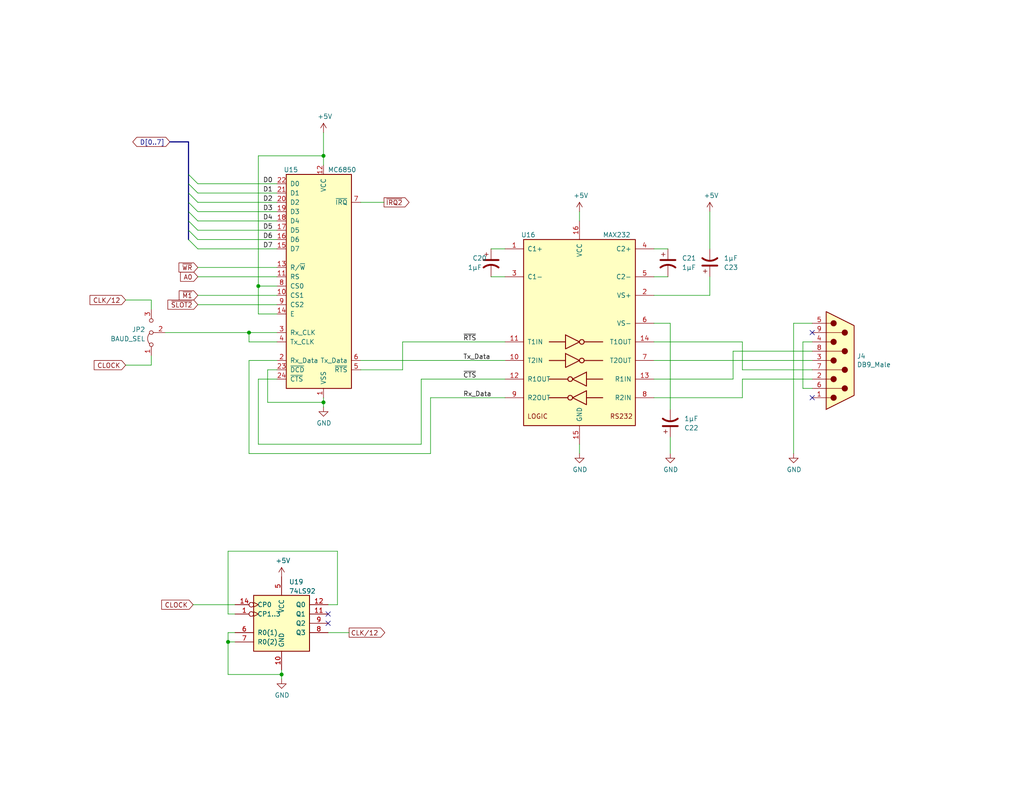
<source format=kicad_sch>
(kicad_sch (version 20230121) (generator eeschema)
  (paper "A")
  (title_block (date "2023-06-06") (rev "C"))
  (lib_symbols
    (symbol "74xx:74LS92" (pin_names (offset 1.016))
      (property "Reference" "U" (at -7.62 8.89 0))
      (property "Value" "74LS92" (at -7.62 -8.89 0))
      (symbol "74LS92_1_0"
        (pin input inverted_clock (at -12.7 2.54 0) (length 5.08) (name "CP1..3") (number "1"))
        (pin power_in line (at 0 -12.7 90) (length 5.08) (name "GND") (number "10"))
        (pin output line (at 12.7 2.54 180) (length 5.08) (name "Q1") (number "11"))
        (pin output line (at 12.7 5.08 180) (length 5.08) (name "Q0") (number "12"))
        (pin input inverted_clock (at -12.7 5.08 0) (length 5.08) (name "CP0") (number "14"))
        (pin power_in line (at 0 12.7 270) (length 5.08) (name "VCC") (number "5"))
        (pin input line (at -12.7 -2.54 0) (length 5.08) (name "R0(1)") (number "6"))
        (pin input line (at -12.7 -5.08 0) (length 5.08) (name "R0(2)") (number "7"))
        (pin output line (at 12.7 -2.54 180) (length 5.08) (name "Q3") (number "8"))
        (pin output line (at 12.7 0 180) (length 5.08) (name "Q2") (number "9"))
      )
      (symbol "74LS92_1_1"
        (rectangle (start -7.62 7.62) (end 7.62 -7.62) (stroke (width 0.254)) (fill (type background)))
      )
    )
    (symbol "Connector:DB9_Male" (pin_names (offset 1.016) hide)
      (property "Reference" "J" (at 0 13.97 0))
      (property "Value" "DB9_Male" (at 0 -14.605 0))
      (symbol "DB9_Male_0_1"
        (circle (center -1.778 -10.16) (radius 0.762) (fill (type outline)))
        (circle (center -1.778 -5.08) (radius 0.762) (fill (type outline)))
        (circle (center -1.778 0) (radius 0.762) (fill (type outline)))
        (circle (center -1.778 5.08) (radius 0.762) (fill (type outline)))
        (circle (center -1.778 10.16) (radius 0.762) (fill (type outline)))
        (polyline (pts (xy -3.81 -10.16) (xy -2.54 -10.16)))
        (polyline (pts (xy -3.81 -7.62) (xy 0.508 -7.62)))
        (polyline (pts (xy -3.81 -5.08) (xy -2.54 -5.08)))
        (polyline (pts (xy -3.81 -2.54) (xy 0.508 -2.54)))
        (polyline (pts (xy -3.81 0) (xy -2.54 0)))
        (polyline (pts (xy -3.81 2.54) (xy 0.508 2.54)))
        (polyline (pts (xy -3.81 5.08) (xy -2.54 5.08)))
        (polyline (pts (xy -3.81 7.62) (xy 0.508 7.62)))
        (polyline (pts (xy -3.81 10.16) (xy -2.54 10.16)))
        (polyline (pts (xy -3.81 -13.335) (xy -3.81 13.335) (xy 3.81 9.525) (xy 3.81 -9.525) (xy -3.81 -13.335)) (stroke (width 0.254)) (fill (type background)))
        (circle (center 1.27 -7.62) (radius 0.762) (fill (type outline)))
        (circle (center 1.27 -2.54) (radius 0.762) (fill (type outline)))
        (circle (center 1.27 2.54) (radius 0.762) (fill (type outline)))
        (circle (center 1.27 7.62) (radius 0.762) (fill (type outline)))
      )
      (symbol "DB9_Male_1_1"
        (pin passive line (at -7.62 -10.16 0) (length 3.81) (name "1") (number "1"))
        (pin passive line (at -7.62 -5.08 0) (length 3.81) (name "2") (number "2"))
        (pin passive line (at -7.62 0 0) (length 3.81) (name "3") (number "3"))
        (pin passive line (at -7.62 5.08 0) (length 3.81) (name "4") (number "4"))
        (pin passive line (at -7.62 10.16 0) (length 3.81) (name "5") (number "5"))
        (pin passive line (at -7.62 -7.62 0) (length 3.81) (name "6") (number "6"))
        (pin passive line (at -7.62 -2.54 0) (length 3.81) (name "7") (number "7"))
        (pin passive line (at -7.62 2.54 0) (length 3.81) (name "8") (number "8"))
        (pin passive line (at -7.62 7.62 0) (length 3.81) (name "9") (number "9"))
      )
    )
    (symbol "Device:C_Polarized_US" (pin_numbers hide) (pin_names (offset 0.254) hide)
      (property "Reference" "C" (at 0.635 2.54 0))
      (property "Value" "C_Polarized_US" (at 0.635 -2.54 0))
      (symbol "C_Polarized_US_0_1"
        (polyline (pts (xy -2.032 0.762) (xy 2.032 0.762)) (stroke (width 0.508)))
        (polyline (pts (xy -1.778 2.286) (xy -0.762 2.286)))
        (polyline (pts (xy -1.27 1.778) (xy -1.27 2.794)))
        (arc (start 2.032 -1.27) (mid 0 -0.5572) (end -2.032 -1.27) (stroke (width 0.508)))
      )
      (symbol "C_Polarized_US_1_1"
        (pin passive line (at 0 3.81 270) (length 2.794) (name "~") (number "1"))
        (pin passive line (at 0 -3.81 90) (length 3.302) (name "~") (number "2"))
      )
    )
    (symbol "Interface_UART:MAX232" (pin_names (offset 1.016))
      (property "Reference" "U" (at -2.54 28.575 0))
      (property "Value" "MAX232" (at -2.54 26.67 0))
      (symbol "MAX232_0_0"
        (text "LOGIC" (at -11.43 -22.86 0) (effects (font (size 1.27 1.27))))
        (text "RS232" (at 11.43 -22.86 0) (effects (font (size 1.27 1.27))))
      )
      (symbol "MAX232_0_1"
        (rectangle (start -15.24 -25.4) (end 15.24 25.4) (stroke (width 0.254)) (fill (type background)))
        (circle (center -2.54 -17.78) (radius 0.635) (stroke (width 0.254)))
        (circle (center -2.54 -12.7) (radius 0.635) (stroke (width 0.254)))
        (polyline (pts (xy -3.81 -7.62) (xy -8.255 -7.62)) (stroke (width 0.254)))
        (polyline (pts (xy -3.81 -2.54) (xy -8.255 -2.54)) (stroke (width 0.254)))
        (polyline (pts (xy -3.175 -17.78) (xy -8.255 -17.78)) (stroke (width 0.254)))
        (polyline (pts (xy -3.175 -12.7) (xy -8.255 -12.7)) (stroke (width 0.254)))
        (polyline (pts (xy 1.27 -7.62) (xy 6.35 -7.62)) (stroke (width 0.254)))
        (polyline (pts (xy 1.27 -2.54) (xy 6.35 -2.54)) (stroke (width 0.254)))
        (polyline (pts (xy 1.905 -17.78) (xy 6.35 -17.78)) (stroke (width 0.254)))
        (polyline (pts (xy 1.905 -12.7) (xy 6.35 -12.7)) (stroke (width 0.254)))
        (polyline (pts (xy -3.81 -5.715) (xy -3.81 -9.525) (xy 0 -7.62) (xy -3.81 -5.715)) (stroke (width 0.254)))
        (polyline (pts (xy -3.81 -0.635) (xy -3.81 -4.445) (xy 0 -2.54) (xy -3.81 -0.635)) (stroke (width 0.254)))
        (polyline (pts (xy 1.905 -15.875) (xy 1.905 -19.685) (xy -1.905 -17.78) (xy 1.905 -15.875)) (stroke (width 0.254)))
        (polyline (pts (xy 1.905 -10.795) (xy 1.905 -14.605) (xy -1.905 -12.7) (xy 1.905 -10.795)) (stroke (width 0.254)))
        (circle (center 0.635 -7.62) (radius 0.635) (stroke (width 0.254)))
        (circle (center 0.635 -2.54) (radius 0.635) (stroke (width 0.254)))
      )
      (symbol "MAX232_1_1"
        (pin passive line (at -20.32 22.86 0) (length 5.08) (name "C1+") (number "1"))
        (pin input line (at -20.32 -7.62 0) (length 5.08) (name "T2IN") (number "10"))
        (pin input line (at -20.32 -2.54 0) (length 5.08) (name "T1IN") (number "11"))
        (pin output line (at -20.32 -12.7 0) (length 5.08) (name "R1OUT") (number "12"))
        (pin input line (at 20.32 -12.7 180) (length 5.08) (name "R1IN") (number "13"))
        (pin output line (at 20.32 -2.54 180) (length 5.08) (name "T1OUT") (number "14"))
        (pin power_in line (at 0 -30.48 90) (length 5.08) (name "GND") (number "15"))
        (pin power_in line (at 0 30.48 270) (length 5.08) (name "VCC") (number "16"))
        (pin power_out line (at 20.32 10.16 180) (length 5.08) (name "VS+") (number "2"))
        (pin passive line (at -20.32 15.24 0) (length 5.08) (name "C1-") (number "3"))
        (pin passive line (at 20.32 22.86 180) (length 5.08) (name "C2+") (number "4"))
        (pin passive line (at 20.32 15.24 180) (length 5.08) (name "C2-") (number "5"))
        (pin power_out line (at 20.32 2.54 180) (length 5.08) (name "VS-") (number "6"))
        (pin output line (at 20.32 -7.62 180) (length 5.08) (name "T2OUT") (number "7"))
        (pin input line (at 20.32 -17.78 180) (length 5.08) (name "R2IN") (number "8"))
        (pin output line (at -20.32 -17.78 0) (length 5.08) (name "R2OUT") (number "9"))
      )
    )
    (symbol "Interface_UART:MC6850" (pin_names (offset 1.016))
      (property "Reference" "U" (at -7.366 31.75 0))
      (property "Value" "MC6850" (at 10.414 31.75 0))
      (symbol "MC6850_1_1"
        (rectangle (start -10.16 -27.94) (end 7.62 30.48) (stroke (width 0.254)) (fill (type background)))
        (pin power_in line (at 0 -30.48 90) (length 2.54) (name "VSS") (number "1"))
        (pin input line (at -12.7 -2.54 0) (length 2.54) (name "CS1") (number "10"))
        (pin input line (at -12.7 2.54 0) (length 2.54) (name "RS") (number "11"))
        (pin power_in line (at 0 33.02 270) (length 2.54) (name "VCC") (number "12"))
        (pin input line (at -12.7 5.08 0) (length 2.54) (name "R/~{W}") (number "13"))
        (pin input line (at -12.7 -7.62 0) (length 2.54) (name "E") (number "14"))
        (pin bidirectional line (at -12.7 10.16 0) (length 2.54) (name "D7") (number "15"))
        (pin bidirectional line (at -12.7 12.7 0) (length 2.54) (name "D6") (number "16"))
        (pin bidirectional line (at -12.7 15.24 0) (length 2.54) (name "D5") (number "17"))
        (pin bidirectional line (at -12.7 17.78 0) (length 2.54) (name "D4") (number "18"))
        (pin bidirectional line (at -12.7 20.32 0) (length 2.54) (name "D3") (number "19"))
        (pin input line (at -12.7 -20.32 0) (length 2.54) (name "Rx_Data") (number "2"))
        (pin bidirectional line (at -12.7 22.86 0) (length 2.54) (name "D2") (number "20"))
        (pin bidirectional line (at -12.7 25.4 0) (length 2.54) (name "D1") (number "21"))
        (pin bidirectional line (at -12.7 27.94 0) (length 2.54) (name "D0") (number "22"))
        (pin input line (at -12.7 -22.86 0) (length 2.54) (name "~{DCD}") (number "23"))
        (pin input line (at -12.7 -25.4 0) (length 2.54) (name "~{CTS}") (number "24"))
        (pin input line (at -12.7 -12.7 0) (length 2.54) (name "Rx_CLK") (number "3"))
        (pin input line (at -12.7 -15.24 0) (length 2.54) (name "Tx_CLK") (number "4"))
        (pin output line (at 10.16 -22.86 180) (length 2.54) (name "~{RTS}") (number "5"))
        (pin output line (at 10.16 -20.32 180) (length 2.54) (name "Tx_Data") (number "6"))
        (pin output line (at 10.16 22.86 180) (length 2.54) (name "~{IRQ}") (number "7"))
        (pin input line (at -12.7 0 0) (length 2.54) (name "CS0") (number "8"))
        (pin input line (at -12.7 -5.08 0) (length 2.54) (name "CS2") (number "9"))
      )
    )
    (symbol "Jumper:Jumper_3_Bridged12" (pin_names (offset 0) hide)
      (property "Reference" "JP" (at -2.54 -2.54 0))
      (property "Value" "Jumper_3_Bridged12" (at 0 2.794 0))
      (symbol "Jumper_3_Bridged12_0_0"
        (circle (center -3.302 0) (radius 0.508))
        (circle (center 0 0) (radius 0.508))
        (circle (center 3.302 0) (radius 0.508))
      )
      (symbol "Jumper_3_Bridged12_0_1"
        (arc (start -0.254 0.508) (mid -1.651 0.9912) (end -3.048 0.508))
        (polyline (pts (xy 0 -1.27) (xy 0 -0.508)))
      )
      (symbol "Jumper_3_Bridged12_1_1"
        (pin passive line (at -6.35 0 0) (length 2.54) (name "A") (number "1"))
        (pin passive line (at 0 -3.81 90) (length 2.54) (name "C") (number "2"))
        (pin passive line (at 6.35 0 180) (length 2.54) (name "B") (number "3"))
      )
    )
    (symbol "power:+5V" (power) (pin_names (offset 0))
      (property "Value" "+5V" (at 0 3.556 0))
      (symbol "+5V_0_1"
        (polyline (pts (xy -0.762 1.27) (xy 0 2.54)))
        (polyline (pts (xy 0 0) (xy 0 2.54)))
        (polyline (pts (xy 0 2.54) (xy 0.762 1.27)))
      )
      (symbol "+5V_1_1"
        (pin power_in line (at 0 0 90) (length 0) hide (name "+5V") (number "1"))
      )
    )
    (symbol "power:GND" (power) (pin_names (offset 0))
      (property "Value" "GND" (at 0 -3.81 0))
      (symbol "GND_0_1"
        (polyline (pts (xy 0 0) (xy 0 -1.27) (xy 1.27 -1.27) (xy 0 -2.54) (xy -1.27 -1.27) (xy 0 -1.27)))
      )
      (symbol "GND_1_1"
        (pin power_in line (at 0 0 270) (length 0) hide (name "GND") (number "1"))
      )
    )
  )
  (junction (at 76.835 184.15))
  (junction (at 88.265 109.855))
  (junction (at 70.485 78.105))
  (junction (at 62.23 175.26))
  (junction (at 88.265 42.545))
  (junction (at 67.945 90.805))
  (no_connect (at 89.535 170.18))
  (no_connect (at 89.535 167.64))
  (no_connect (at 221.615 90.805))
  (no_connect (at 221.615 108.585))
  (bus_entry (at 51.435 50.165) (size 2.54 2.54))
  (bus_entry (at 51.435 60.325) (size 2.54 2.54))
  (bus_entry (at 51.435 65.405) (size 2.54 2.54))
  (bus_entry (at 51.435 52.705) (size 2.54 2.54))
  (bus_entry (at 51.435 55.245) (size 2.54 2.54))
  (bus_entry (at 51.435 62.865) (size 2.54 2.54))
  (bus_entry (at 51.435 57.785) (size 2.54 2.54))
  (bus_entry (at 51.435 47.625) (size 2.54 2.54))
  (wire (pts (xy 53.975 50.165) (xy 75.565 50.165)))
  (wire (pts (xy 75.565 103.505) (xy 70.485 103.505)))
  (wire (pts (xy 114.935 103.505) (xy 137.795 103.505)))
  (bus (pts (xy 51.435 62.865) (xy 51.435 65.405)))
  (bus (pts (xy 51.435 38.735) (xy 46.355 38.735)))
  (wire (pts (xy 53.975 52.705) (xy 75.565 52.705)))
  (wire (pts (xy 109.855 100.965) (xy 109.855 93.345)))
  (wire (pts (xy 75.565 93.345) (xy 67.945 93.345)))
  (wire (pts (xy 88.265 42.545) (xy 88.265 45.085)))
  (wire (pts (xy 75.565 78.105) (xy 70.485 78.105)))
  (wire (pts (xy 62.23 172.72) (xy 64.135 172.72)))
  (wire (pts (xy 202.565 100.965) (xy 221.615 100.965)))
  (wire (pts (xy 75.565 73.025) (xy 53.975 73.025)))
  (wire (pts (xy 133.985 67.945) (xy 137.795 67.945)))
  (wire (pts (xy 216.535 88.265) (xy 221.615 88.265)))
  (wire (pts (xy 216.535 88.265) (xy 216.535 123.825)))
  (bus (pts (xy 51.435 60.325) (xy 51.435 62.865)))
  (bus (pts (xy 51.435 38.735) (xy 51.435 47.625)))
  (wire (pts (xy 34.29 99.695) (xy 41.275 99.695)))
  (wire (pts (xy 53.975 62.865) (xy 75.565 62.865)))
  (wire (pts (xy 200.025 95.885) (xy 221.615 95.885)))
  (wire (pts (xy 193.675 80.645) (xy 193.675 75.565)))
  (bus (pts (xy 51.435 57.785) (xy 51.435 60.325)))
  (wire (pts (xy 98.425 98.425) (xy 137.795 98.425)))
  (wire (pts (xy 67.945 98.425) (xy 67.945 123.825)))
  (wire (pts (xy 75.565 80.645) (xy 53.975 80.645)))
  (wire (pts (xy 70.485 103.505) (xy 70.485 121.285)))
  (wire (pts (xy 70.485 78.105) (xy 70.485 42.545)))
  (wire (pts (xy 41.275 81.915) (xy 41.275 84.455)))
  (wire (pts (xy 70.485 121.285) (xy 114.935 121.285)))
  (bus (pts (xy 51.435 52.705) (xy 51.435 55.245)))
  (wire (pts (xy 76.835 184.15) (xy 76.835 182.88)))
  (wire (pts (xy 200.025 103.505) (xy 178.435 103.505)))
  (bus (pts (xy 51.435 50.165) (xy 51.435 52.705)))
  (wire (pts (xy 92.075 165.1) (xy 92.075 150.495)))
  (wire (pts (xy 114.935 121.285) (xy 114.935 103.505)))
  (wire (pts (xy 53.975 67.945) (xy 75.565 67.945)))
  (wire (pts (xy 178.435 88.265) (xy 182.88 88.265)))
  (wire (pts (xy 62.23 172.72) (xy 62.23 175.26)))
  (wire (pts (xy 98.425 100.965) (xy 109.855 100.965)))
  (bus (pts (xy 51.435 47.625) (xy 51.435 50.165)))
  (wire (pts (xy 67.945 90.805) (xy 75.565 90.805)))
  (wire (pts (xy 53.975 57.785) (xy 75.565 57.785)))
  (wire (pts (xy 178.435 98.425) (xy 221.615 98.425)))
  (wire (pts (xy 178.435 93.345) (xy 202.565 93.345)))
  (wire (pts (xy 117.475 108.585) (xy 137.795 108.585)))
  (wire (pts (xy 221.615 106.045) (xy 219.075 106.045)))
  (wire (pts (xy 158.115 123.825) (xy 158.115 121.285)))
  (wire (pts (xy 202.565 108.585) (xy 178.435 108.585)))
  (wire (pts (xy 219.075 106.045) (xy 219.075 93.345)))
  (wire (pts (xy 53.975 83.185) (xy 75.565 83.185)))
  (wire (pts (xy 70.485 42.545) (xy 88.265 42.545)))
  (wire (pts (xy 182.88 119.38) (xy 182.88 123.825)))
  (wire (pts (xy 178.435 80.645) (xy 193.675 80.645)))
  (wire (pts (xy 53.975 65.405) (xy 75.565 65.405)))
  (wire (pts (xy 73.025 109.855) (xy 88.265 109.855)))
  (wire (pts (xy 133.985 75.565) (xy 137.795 75.565)))
  (wire (pts (xy 88.265 109.855) (xy 88.265 111.125)))
  (wire (pts (xy 202.565 93.345) (xy 202.565 100.965)))
  (wire (pts (xy 202.565 103.505) (xy 202.565 108.585)))
  (wire (pts (xy 75.565 85.725) (xy 70.485 85.725)))
  (wire (pts (xy 75.565 100.965) (xy 73.025 100.965)))
  (wire (pts (xy 158.115 57.785) (xy 158.115 60.325)))
  (wire (pts (xy 98.425 55.245) (xy 104.775 55.245)))
  (wire (pts (xy 41.275 99.695) (xy 41.275 97.155)))
  (wire (pts (xy 75.565 75.565) (xy 53.975 75.565)))
  (wire (pts (xy 200.025 95.885) (xy 200.025 103.505)))
  (wire (pts (xy 117.475 123.825) (xy 117.475 108.585)))
  (wire (pts (xy 73.025 100.965) (xy 73.025 109.855)))
  (wire (pts (xy 92.075 165.1) (xy 89.535 165.1)))
  (wire (pts (xy 62.23 167.64) (xy 64.135 167.64)))
  (wire (pts (xy 89.535 172.72) (xy 95.25 172.72)))
  (wire (pts (xy 67.945 123.825) (xy 117.475 123.825)))
  (wire (pts (xy 221.615 103.505) (xy 202.565 103.505)))
  (wire (pts (xy 45.085 90.805) (xy 67.945 90.805)))
  (wire (pts (xy 178.435 75.565) (xy 182.245 75.565)))
  (wire (pts (xy 88.265 108.585) (xy 88.265 109.855)))
  (wire (pts (xy 52.705 165.1) (xy 64.135 165.1)))
  (wire (pts (xy 62.23 150.495) (xy 62.23 167.64)))
  (wire (pts (xy 92.075 150.495) (xy 62.23 150.495)))
  (wire (pts (xy 88.265 36.195) (xy 88.265 42.545)))
  (wire (pts (xy 219.075 93.345) (xy 221.615 93.345)))
  (wire (pts (xy 193.675 57.785) (xy 193.675 67.945)))
  (wire (pts (xy 62.23 175.26) (xy 64.135 175.26)))
  (wire (pts (xy 53.975 55.245) (xy 75.565 55.245)))
  (bus (pts (xy 51.435 55.245) (xy 51.435 57.785)))
  (wire (pts (xy 67.945 93.345) (xy 67.945 90.805)))
  (wire (pts (xy 178.435 67.945) (xy 182.245 67.945)))
  (wire (pts (xy 34.29 81.915) (xy 41.275 81.915)))
  (wire (pts (xy 76.835 184.15) (xy 62.23 184.15)))
  (wire (pts (xy 53.975 60.325) (xy 75.565 60.325)))
  (wire (pts (xy 109.855 93.345) (xy 137.795 93.345)))
  (wire (pts (xy 75.565 98.425) (xy 67.945 98.425)))
  (wire (pts (xy 62.23 184.15) (xy 62.23 175.26)))
  (wire (pts (xy 70.485 85.725) (xy 70.485 78.105)))
  (wire (pts (xy 76.835 185.42) (xy 76.835 184.15)))
  (wire (pts (xy 182.88 88.265) (xy 182.88 111.76)))
  (label "D6" (at 71.755 65.405 0))
  (label "D2" (at 71.755 55.245 0))
  (label "D1" (at 71.755 52.705 0))
  (label "Rx_Data" (at 126.365 108.585 0))
  (label "~{CTS}" (at 126.365 103.505 0))
  (label "D3" (at 71.755 57.785 0))
  (label "D7" (at 71.755 67.945 0))
  (label "~{RTS}" (at 126.365 93.345 0))
  (label "D0" (at 71.755 50.165 0))
  (label "D5" (at 71.755 62.865 0))
  (label "D4" (at 71.755 60.325 0))
  (label "Tx_Data" (at 126.365 98.425 0))
  (global_label "CLOCK" (shape input) (at 34.29 99.695 180) (property "Intersheetrefs" "${INTERSHEET_REFS}" (effects hide)))
  (global_label "CLK{slash}12" (shape output) (at 95.25 172.72 0) (property "Intersheetrefs" "${INTERSHEET_REFS}" (effects hide)))
  (global_label "CLOCK" (shape input) (at 52.705 165.1 180) (property "Intersheetrefs" "${INTERSHEET_REFS}" (effects hide)))
  (global_label "~{M1}" (shape input) (at 53.975 80.645 180) (property "Intersheetrefs" "${INTERSHEET_REFS}" (effects hide)))
  (global_label "D[0..7]" (shape bidirectional) (at 46.355 38.735 180) (property "Intersheetrefs" "${INTERSHEET_REFS}" (effects hide)))
  (global_label "~{IRQ2}" (shape output) (at 104.775 55.245 0) (property "Intersheetrefs" "${INTERSHEET_REFS}" (effects hide)))
  (global_label "A0" (shape input) (at 53.975 75.565 180) (property "Intersheetrefs" "${INTERSHEET_REFS}" (effects hide)))
  (global_label "~{WR}" (shape input) (at 53.975 73.025 180) (property "Intersheetrefs" "${INTERSHEET_REFS}" (effects hide)))
  (global_label "CLK{slash}12" (shape input) (at 34.29 81.915 180) (property "Intersheetrefs" "${INTERSHEET_REFS}" (effects hide)))
  (global_label "~{SLOT2}" (shape input) (at 53.975 83.185 180) (property "Intersheetrefs" "${INTERSHEET_REFS}" (effects hide)))
  (symbol (lib_id "Interface_UART:MC6850") (at 88.265 78.105 0) (unit 1)
    (property "Reference" "U15" (at 79.375 46.355 0))
    (property "Value" "MC6850" (at 93.345 46.355 0))
    (property "Footprint" "Package_DIP:DIP-24_W15.24mm_LongPads" (effects hide))
    (property "Datasheet" "http://pdf.datasheetcatalog.com/datasheet/motorola/MC6850.pdf" (effects hide))
  )
  (symbol (lib_id "power:+5V") (at 88.265 36.195 0) (unit 1)
    (property "Reference" "#PWR031" (effects hide))
    (property "Value" "+5V" (at 88.646 31.8008 0))
  )
  (symbol (lib_id "power:GND") (at 88.265 111.125 0) (unit 1)
    (property "Reference" "#PWR032" (effects hide))
    (property "Value" "GND" (at 88.392 115.5192 0))
  )
  (symbol (lib_id "Interface_UART:MAX232") (at 158.115 90.805 0) (unit 1)
    (property "Reference" "U16" (at 144.145 64.135 0))
    (property "Value" "MAX232" (at 168.275 64.135 0))
    (property "Footprint" "Package_DIP:DIP-16_W7.62mm_LongPads" (effects hide))
    (property "Datasheet" "http://www.ti.com/lit/ds/symlink/max232.pdf" (effects hide))
  )
  (symbol (lib_id "power:+5V") (at 158.115 57.785 0) (unit 1)
    (property "Reference" "#PWR034" (effects hide))
    (property "Value" "+5V" (at 158.496 53.3908 0))
  )
  (symbol (lib_id "Device:C_Polarized_US") (at 133.985 71.755 0) (unit 1)
    (property "Reference" "C20" (at 128.905 70.485 0) (effects (justify left)))
    (property "Value" "1µF" (at 127.635 73.025 0) (effects (justify left)))
    (property "Footprint" "Capacitor_THT:CP_Radial_Tantal_D4.5mm_P2.50mm" (effects hide))
  )
  (symbol (lib_id "Device:C_Polarized_US") (at 182.245 71.755 0) (unit 1)
    (property "Reference" "C21" (at 186.055 70.485 0) (effects (justify left)))
    (property "Value" "1µF" (at 186.055 73.025 0) (effects (justify left)))
    (property "Footprint" "Capacitor_THT:CP_Radial_Tantal_D4.5mm_P2.50mm" (effects hide))
  )
  (symbol (lib_id "power:GND") (at 158.115 123.825 0) (unit 1)
    (property "Reference" "#PWR035" (effects hide))
    (property "Value" "GND" (at 158.242 128.2192 0))
  )
  (symbol (lib_id "Device:C_Polarized_US") (at 193.675 71.755 0) (mirror x) (unit 1)
    (property "Reference" "C23" (at 197.485 73.025 0) (effects (justify left)))
    (property "Value" "1µF" (at 197.485 70.485 0) (effects (justify left)))
    (property "Footprint" "Capacitor_THT:CP_Radial_Tantal_D4.5mm_P2.50mm" (effects hide))
  )
  (symbol (lib_id "Device:C_Polarized_US") (at 182.88 115.57 0) (mirror x) (unit 1)
    (property "Reference" "C22" (at 186.69 116.84 0) (effects (justify left)))
    (property "Value" "1µF" (at 186.69 114.3 0) (effects (justify left)))
    (property "Footprint" "Capacitor_THT:CP_Radial_Tantal_D4.5mm_P2.50mm" (effects hide))
  )
  (symbol (lib_id "power:+5V") (at 193.675 57.785 0) (unit 1)
    (property "Reference" "#PWR037" (effects hide))
    (property "Value" "+5V" (at 194.056 53.3908 0))
  )
  (symbol (lib_id "power:GND") (at 182.88 123.825 0) (unit 1)
    (property "Reference" "#PWR036" (effects hide))
    (property "Value" "GND" (at 183.007 128.2192 0))
  )
  (symbol (lib_id "Connector:DB9_Male") (at 229.235 98.425 0) (unit 1)
    (property "Reference" "J4" (at 233.807 97.2566 0) (effects (justify left)))
    (property "Value" "DB9_Male" (at 233.807 99.568 0) (effects (justify left)))
    (property "Footprint" "Connector_PinHeader_2.54mm:PinHeader_2x05_P2.54mm_Vertical" (effects hide))
    (property "Datasheet" " ~" (effects hide))
  )
  (symbol (lib_id "power:GND") (at 216.535 123.825 0) (unit 1)
    (property "Reference" "#PWR0112" (effects hide))
    (property "Value" "GND" (at 216.662 128.2192 0))
  )
  (symbol (lib_id "74xx:74LS92") (at 76.835 170.18 0) (unit 1)
    (property "Reference" "U19" (at 78.8544 158.8602 0) (effects (justify left)))
    (property "Value" "74LS92" (at 78.8544 161.3971 0) (effects (justify left)))
    (property "Footprint" "Package_DIP:DIP-14_W7.62mm_LongPads" (effects hide))
    (property "Datasheet" "http://www.ti.com/lit/gpn/sn74LS92" (effects hide))
  )
  (symbol (lib_id "power:+5V") (at 76.835 157.48 0) (unit 1)
    (property "Reference" "#PWR0115" (effects hide))
    (property "Value" "+5V" (at 77.216 153.0858 0))
  )
  (symbol (lib_id "Jumper:Jumper_3_Bridged12") (at 41.275 90.805 90) (unit 1)
    (property "Reference" "JP2" (at 39.6489 89.9703 90) (effects (justify left)))
    (property "Value" "BAUD_SEL" (at 39.6489 92.5072 90) (effects (justify left)))
    (property "Footprint" "Connector_PinHeader_2.54mm:PinHeader_1x03_P2.54mm_Vertical" (effects hide))
  )
  (symbol (lib_id "power:GND") (at 76.835 185.42 0) (unit 1)
    (property "Reference" "#PWR0116" (effects hide))
    (property "Value" "GND" (at 76.962 189.8142 0))
  )
)
</source>
